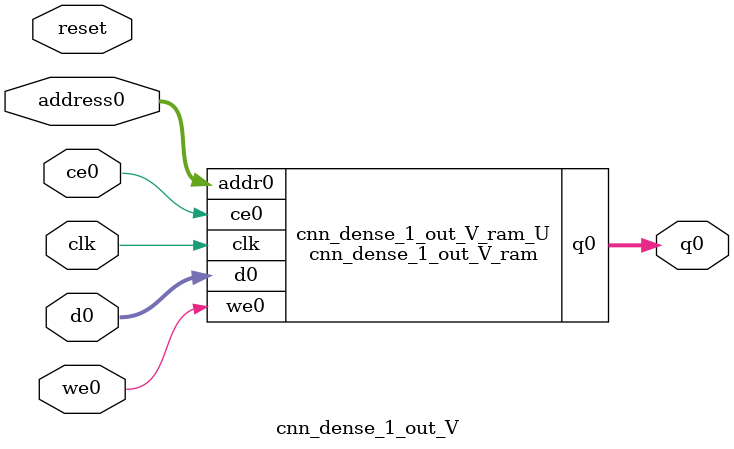
<source format=v>
`timescale 1 ns / 1 ps
module cnn_dense_1_out_V_ram (addr0, ce0, d0, we0, q0,  clk);

parameter DWIDTH = 12;
parameter AWIDTH = 6;
parameter MEM_SIZE = 50;

input[AWIDTH-1:0] addr0;
input ce0;
input[DWIDTH-1:0] d0;
input we0;
output reg[DWIDTH-1:0] q0;
input clk;

(* ram_style = "distributed" *)reg [DWIDTH-1:0] ram[0:MEM_SIZE-1];




always @(posedge clk)  
begin 
    if (ce0) 
    begin
        if (we0) 
        begin 
            ram[addr0] <= d0; 
        end 
        q0 <= ram[addr0];
    end
end


endmodule

`timescale 1 ns / 1 ps
module cnn_dense_1_out_V(
    reset,
    clk,
    address0,
    ce0,
    we0,
    d0,
    q0);

parameter DataWidth = 32'd12;
parameter AddressRange = 32'd50;
parameter AddressWidth = 32'd6;
input reset;
input clk;
input[AddressWidth - 1:0] address0;
input ce0;
input we0;
input[DataWidth - 1:0] d0;
output[DataWidth - 1:0] q0;



cnn_dense_1_out_V_ram cnn_dense_1_out_V_ram_U(
    .clk( clk ),
    .addr0( address0 ),
    .ce0( ce0 ),
    .we0( we0 ),
    .d0( d0 ),
    .q0( q0 ));

endmodule


</source>
